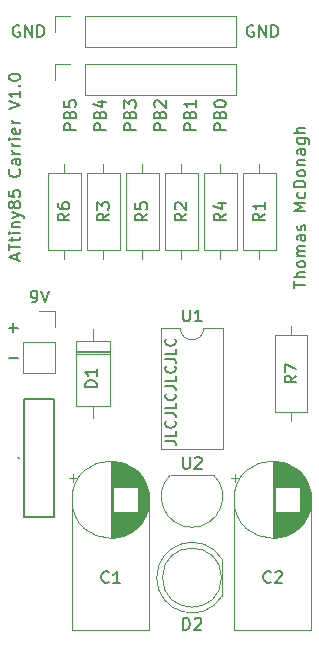
<source format=gbr>
G04 #@! TF.GenerationSoftware,KiCad,Pcbnew,(5.1.7)-1*
G04 #@! TF.CreationDate,2021-11-01T14:45:34-05:00*
G04 #@! TF.ProjectId,ATtiny85Carrier,41547469-6e79-4383-9543-617272696572,rev?*
G04 #@! TF.SameCoordinates,Original*
G04 #@! TF.FileFunction,Legend,Top*
G04 #@! TF.FilePolarity,Positive*
%FSLAX46Y46*%
G04 Gerber Fmt 4.6, Leading zero omitted, Abs format (unit mm)*
G04 Created by KiCad (PCBNEW (5.1.7)-1) date 2021-11-01 14:45:34*
%MOMM*%
%LPD*%
G01*
G04 APERTURE LIST*
%ADD10C,0.150000*%
%ADD11C,0.120000*%
%ADD12C,0.200000*%
%ADD13C,0.100000*%
G04 APERTURE END LIST*
D10*
X137882380Y-124332142D02*
X137882380Y-123760714D01*
X138882380Y-124046428D02*
X137882380Y-124046428D01*
X138882380Y-123427380D02*
X137882380Y-123427380D01*
X138882380Y-122998809D02*
X138358571Y-122998809D01*
X138263333Y-123046428D01*
X138215714Y-123141666D01*
X138215714Y-123284523D01*
X138263333Y-123379761D01*
X138310952Y-123427380D01*
X138882380Y-122379761D02*
X138834761Y-122475000D01*
X138787142Y-122522619D01*
X138691904Y-122570238D01*
X138406190Y-122570238D01*
X138310952Y-122522619D01*
X138263333Y-122475000D01*
X138215714Y-122379761D01*
X138215714Y-122236904D01*
X138263333Y-122141666D01*
X138310952Y-122094047D01*
X138406190Y-122046428D01*
X138691904Y-122046428D01*
X138787142Y-122094047D01*
X138834761Y-122141666D01*
X138882380Y-122236904D01*
X138882380Y-122379761D01*
X138882380Y-121617857D02*
X138215714Y-121617857D01*
X138310952Y-121617857D02*
X138263333Y-121570238D01*
X138215714Y-121475000D01*
X138215714Y-121332142D01*
X138263333Y-121236904D01*
X138358571Y-121189285D01*
X138882380Y-121189285D01*
X138358571Y-121189285D02*
X138263333Y-121141666D01*
X138215714Y-121046428D01*
X138215714Y-120903571D01*
X138263333Y-120808333D01*
X138358571Y-120760714D01*
X138882380Y-120760714D01*
X138882380Y-119855952D02*
X138358571Y-119855952D01*
X138263333Y-119903571D01*
X138215714Y-119998809D01*
X138215714Y-120189285D01*
X138263333Y-120284523D01*
X138834761Y-119855952D02*
X138882380Y-119951190D01*
X138882380Y-120189285D01*
X138834761Y-120284523D01*
X138739523Y-120332142D01*
X138644285Y-120332142D01*
X138549047Y-120284523D01*
X138501428Y-120189285D01*
X138501428Y-119951190D01*
X138453809Y-119855952D01*
X138834761Y-119427380D02*
X138882380Y-119332142D01*
X138882380Y-119141666D01*
X138834761Y-119046428D01*
X138739523Y-118998809D01*
X138691904Y-118998809D01*
X138596666Y-119046428D01*
X138549047Y-119141666D01*
X138549047Y-119284523D01*
X138501428Y-119379761D01*
X138406190Y-119427380D01*
X138358571Y-119427380D01*
X138263333Y-119379761D01*
X138215714Y-119284523D01*
X138215714Y-119141666D01*
X138263333Y-119046428D01*
X138882380Y-117808333D02*
X137882380Y-117808333D01*
X138596666Y-117475000D01*
X137882380Y-117141666D01*
X138882380Y-117141666D01*
X138834761Y-116236904D02*
X138882380Y-116332142D01*
X138882380Y-116522619D01*
X138834761Y-116617857D01*
X138787142Y-116665476D01*
X138691904Y-116713095D01*
X138406190Y-116713095D01*
X138310952Y-116665476D01*
X138263333Y-116617857D01*
X138215714Y-116522619D01*
X138215714Y-116332142D01*
X138263333Y-116236904D01*
X138882380Y-115808333D02*
X137882380Y-115808333D01*
X137882380Y-115570238D01*
X137930000Y-115427380D01*
X138025238Y-115332142D01*
X138120476Y-115284523D01*
X138310952Y-115236904D01*
X138453809Y-115236904D01*
X138644285Y-115284523D01*
X138739523Y-115332142D01*
X138834761Y-115427380D01*
X138882380Y-115570238D01*
X138882380Y-115808333D01*
X138882380Y-114665476D02*
X138834761Y-114760714D01*
X138787142Y-114808333D01*
X138691904Y-114855952D01*
X138406190Y-114855952D01*
X138310952Y-114808333D01*
X138263333Y-114760714D01*
X138215714Y-114665476D01*
X138215714Y-114522619D01*
X138263333Y-114427380D01*
X138310952Y-114379761D01*
X138406190Y-114332142D01*
X138691904Y-114332142D01*
X138787142Y-114379761D01*
X138834761Y-114427380D01*
X138882380Y-114522619D01*
X138882380Y-114665476D01*
X138215714Y-113903571D02*
X138882380Y-113903571D01*
X138310952Y-113903571D02*
X138263333Y-113855952D01*
X138215714Y-113760714D01*
X138215714Y-113617857D01*
X138263333Y-113522619D01*
X138358571Y-113475000D01*
X138882380Y-113475000D01*
X138882380Y-112570238D02*
X138358571Y-112570238D01*
X138263333Y-112617857D01*
X138215714Y-112713095D01*
X138215714Y-112903571D01*
X138263333Y-112998809D01*
X138834761Y-112570238D02*
X138882380Y-112665476D01*
X138882380Y-112903571D01*
X138834761Y-112998809D01*
X138739523Y-113046428D01*
X138644285Y-113046428D01*
X138549047Y-112998809D01*
X138501428Y-112903571D01*
X138501428Y-112665476D01*
X138453809Y-112570238D01*
X138215714Y-111665476D02*
X139025238Y-111665476D01*
X139120476Y-111713095D01*
X139168095Y-111760714D01*
X139215714Y-111855952D01*
X139215714Y-111998809D01*
X139168095Y-112094047D01*
X138834761Y-111665476D02*
X138882380Y-111760714D01*
X138882380Y-111951190D01*
X138834761Y-112046428D01*
X138787142Y-112094047D01*
X138691904Y-112141666D01*
X138406190Y-112141666D01*
X138310952Y-112094047D01*
X138263333Y-112046428D01*
X138215714Y-111951190D01*
X138215714Y-111760714D01*
X138263333Y-111665476D01*
X138882380Y-111189285D02*
X137882380Y-111189285D01*
X138882380Y-110760714D02*
X138358571Y-110760714D01*
X138263333Y-110808333D01*
X138215714Y-110903571D01*
X138215714Y-111046428D01*
X138263333Y-111141666D01*
X138310952Y-111189285D01*
X114466666Y-121903142D02*
X114466666Y-121426952D01*
X114752380Y-121998380D02*
X113752380Y-121665047D01*
X114752380Y-121331714D01*
X113752380Y-121141238D02*
X113752380Y-120569809D01*
X114752380Y-120855523D02*
X113752380Y-120855523D01*
X114085714Y-120379333D02*
X114085714Y-119998380D01*
X113752380Y-120236476D02*
X114609523Y-120236476D01*
X114704761Y-120188857D01*
X114752380Y-120093619D01*
X114752380Y-119998380D01*
X114752380Y-119665047D02*
X114085714Y-119665047D01*
X113752380Y-119665047D02*
X113800000Y-119712666D01*
X113847619Y-119665047D01*
X113800000Y-119617428D01*
X113752380Y-119665047D01*
X113847619Y-119665047D01*
X114085714Y-119188857D02*
X114752380Y-119188857D01*
X114180952Y-119188857D02*
X114133333Y-119141238D01*
X114085714Y-119046000D01*
X114085714Y-118903142D01*
X114133333Y-118807904D01*
X114228571Y-118760285D01*
X114752380Y-118760285D01*
X114085714Y-118379333D02*
X114752380Y-118141238D01*
X114085714Y-117903142D02*
X114752380Y-118141238D01*
X114990476Y-118236476D01*
X115038095Y-118284095D01*
X115085714Y-118379333D01*
X114180952Y-117379333D02*
X114133333Y-117474571D01*
X114085714Y-117522190D01*
X113990476Y-117569809D01*
X113942857Y-117569809D01*
X113847619Y-117522190D01*
X113800000Y-117474571D01*
X113752380Y-117379333D01*
X113752380Y-117188857D01*
X113800000Y-117093619D01*
X113847619Y-117046000D01*
X113942857Y-116998380D01*
X113990476Y-116998380D01*
X114085714Y-117046000D01*
X114133333Y-117093619D01*
X114180952Y-117188857D01*
X114180952Y-117379333D01*
X114228571Y-117474571D01*
X114276190Y-117522190D01*
X114371428Y-117569809D01*
X114561904Y-117569809D01*
X114657142Y-117522190D01*
X114704761Y-117474571D01*
X114752380Y-117379333D01*
X114752380Y-117188857D01*
X114704761Y-117093619D01*
X114657142Y-117046000D01*
X114561904Y-116998380D01*
X114371428Y-116998380D01*
X114276190Y-117046000D01*
X114228571Y-117093619D01*
X114180952Y-117188857D01*
X113752380Y-116093619D02*
X113752380Y-116569809D01*
X114228571Y-116617428D01*
X114180952Y-116569809D01*
X114133333Y-116474571D01*
X114133333Y-116236476D01*
X114180952Y-116141238D01*
X114228571Y-116093619D01*
X114323809Y-116046000D01*
X114561904Y-116046000D01*
X114657142Y-116093619D01*
X114704761Y-116141238D01*
X114752380Y-116236476D01*
X114752380Y-116474571D01*
X114704761Y-116569809D01*
X114657142Y-116617428D01*
X114657142Y-114284095D02*
X114704761Y-114331714D01*
X114752380Y-114474571D01*
X114752380Y-114569809D01*
X114704761Y-114712666D01*
X114609523Y-114807904D01*
X114514285Y-114855523D01*
X114323809Y-114903142D01*
X114180952Y-114903142D01*
X113990476Y-114855523D01*
X113895238Y-114807904D01*
X113800000Y-114712666D01*
X113752380Y-114569809D01*
X113752380Y-114474571D01*
X113800000Y-114331714D01*
X113847619Y-114284095D01*
X114752380Y-113426952D02*
X114228571Y-113426952D01*
X114133333Y-113474571D01*
X114085714Y-113569809D01*
X114085714Y-113760285D01*
X114133333Y-113855523D01*
X114704761Y-113426952D02*
X114752380Y-113522190D01*
X114752380Y-113760285D01*
X114704761Y-113855523D01*
X114609523Y-113903142D01*
X114514285Y-113903142D01*
X114419047Y-113855523D01*
X114371428Y-113760285D01*
X114371428Y-113522190D01*
X114323809Y-113426952D01*
X114752380Y-112950761D02*
X114085714Y-112950761D01*
X114276190Y-112950761D02*
X114180952Y-112903142D01*
X114133333Y-112855523D01*
X114085714Y-112760285D01*
X114085714Y-112665047D01*
X114752380Y-112331714D02*
X114085714Y-112331714D01*
X114276190Y-112331714D02*
X114180952Y-112284095D01*
X114133333Y-112236476D01*
X114085714Y-112141238D01*
X114085714Y-112046000D01*
X114752380Y-111712666D02*
X114085714Y-111712666D01*
X113752380Y-111712666D02*
X113800000Y-111760285D01*
X113847619Y-111712666D01*
X113800000Y-111665047D01*
X113752380Y-111712666D01*
X113847619Y-111712666D01*
X114704761Y-110855523D02*
X114752380Y-110950761D01*
X114752380Y-111141238D01*
X114704761Y-111236476D01*
X114609523Y-111284095D01*
X114228571Y-111284095D01*
X114133333Y-111236476D01*
X114085714Y-111141238D01*
X114085714Y-110950761D01*
X114133333Y-110855523D01*
X114228571Y-110807904D01*
X114323809Y-110807904D01*
X114419047Y-111284095D01*
X114752380Y-110379333D02*
X114085714Y-110379333D01*
X114276190Y-110379333D02*
X114180952Y-110331714D01*
X114133333Y-110284095D01*
X114085714Y-110188857D01*
X114085714Y-110093619D01*
X113752380Y-109141238D02*
X114752380Y-108807904D01*
X113752380Y-108474571D01*
X114752380Y-107617428D02*
X114752380Y-108188857D01*
X114752380Y-107903142D02*
X113752380Y-107903142D01*
X113895238Y-107998380D01*
X113990476Y-108093619D01*
X114038095Y-108188857D01*
X114657142Y-107188857D02*
X114704761Y-107141238D01*
X114752380Y-107188857D01*
X114704761Y-107236476D01*
X114657142Y-107188857D01*
X114752380Y-107188857D01*
X113752380Y-106522190D02*
X113752380Y-106426952D01*
X113800000Y-106331714D01*
X113847619Y-106284095D01*
X113942857Y-106236476D01*
X114133333Y-106188857D01*
X114371428Y-106188857D01*
X114561904Y-106236476D01*
X114657142Y-106284095D01*
X114704761Y-106331714D01*
X114752380Y-106426952D01*
X114752380Y-106522190D01*
X114704761Y-106617428D01*
X114657142Y-106665047D01*
X114561904Y-106712666D01*
X114371428Y-106760285D01*
X114133333Y-106760285D01*
X113942857Y-106712666D01*
X113847619Y-106665047D01*
X113800000Y-106617428D01*
X113752380Y-106522190D01*
X113792047Y-130246428D02*
X114553952Y-130246428D01*
X113792047Y-127706428D02*
X114553952Y-127706428D01*
X114173000Y-128087380D02*
X114173000Y-127325476D01*
X115712952Y-125547380D02*
X115903428Y-125547380D01*
X115998666Y-125499761D01*
X116046285Y-125452142D01*
X116141523Y-125309285D01*
X116189142Y-125118809D01*
X116189142Y-124737857D01*
X116141523Y-124642619D01*
X116093904Y-124595000D01*
X115998666Y-124547380D01*
X115808190Y-124547380D01*
X115712952Y-124595000D01*
X115665333Y-124642619D01*
X115617714Y-124737857D01*
X115617714Y-124975952D01*
X115665333Y-125071190D01*
X115712952Y-125118809D01*
X115808190Y-125166428D01*
X115998666Y-125166428D01*
X116093904Y-125118809D01*
X116141523Y-125071190D01*
X116189142Y-124975952D01*
X116474857Y-124547380D02*
X116808190Y-125547380D01*
X117141523Y-124547380D01*
X134493095Y-102116000D02*
X134397857Y-102068380D01*
X134255000Y-102068380D01*
X134112142Y-102116000D01*
X134016904Y-102211238D01*
X133969285Y-102306476D01*
X133921666Y-102496952D01*
X133921666Y-102639809D01*
X133969285Y-102830285D01*
X134016904Y-102925523D01*
X134112142Y-103020761D01*
X134255000Y-103068380D01*
X134350238Y-103068380D01*
X134493095Y-103020761D01*
X134540714Y-102973142D01*
X134540714Y-102639809D01*
X134350238Y-102639809D01*
X134969285Y-103068380D02*
X134969285Y-102068380D01*
X135540714Y-103068380D01*
X135540714Y-102068380D01*
X136016904Y-103068380D02*
X136016904Y-102068380D01*
X136255000Y-102068380D01*
X136397857Y-102116000D01*
X136493095Y-102211238D01*
X136540714Y-102306476D01*
X136588333Y-102496952D01*
X136588333Y-102639809D01*
X136540714Y-102830285D01*
X136493095Y-102925523D01*
X136397857Y-103020761D01*
X136255000Y-103068380D01*
X136016904Y-103068380D01*
X114681095Y-102116000D02*
X114585857Y-102068380D01*
X114443000Y-102068380D01*
X114300142Y-102116000D01*
X114204904Y-102211238D01*
X114157285Y-102306476D01*
X114109666Y-102496952D01*
X114109666Y-102639809D01*
X114157285Y-102830285D01*
X114204904Y-102925523D01*
X114300142Y-103020761D01*
X114443000Y-103068380D01*
X114538238Y-103068380D01*
X114681095Y-103020761D01*
X114728714Y-102973142D01*
X114728714Y-102639809D01*
X114538238Y-102639809D01*
X115157285Y-103068380D02*
X115157285Y-102068380D01*
X115728714Y-103068380D01*
X115728714Y-102068380D01*
X116204904Y-103068380D02*
X116204904Y-102068380D01*
X116443000Y-102068380D01*
X116585857Y-102116000D01*
X116681095Y-102211238D01*
X116728714Y-102306476D01*
X116776333Y-102496952D01*
X116776333Y-102639809D01*
X116728714Y-102830285D01*
X116681095Y-102925523D01*
X116585857Y-103020761D01*
X116443000Y-103068380D01*
X116204904Y-103068380D01*
X119451380Y-110966095D02*
X118451380Y-110966095D01*
X118451380Y-110585142D01*
X118499000Y-110489904D01*
X118546619Y-110442285D01*
X118641857Y-110394666D01*
X118784714Y-110394666D01*
X118879952Y-110442285D01*
X118927571Y-110489904D01*
X118975190Y-110585142D01*
X118975190Y-110966095D01*
X118927571Y-109632761D02*
X118975190Y-109489904D01*
X119022809Y-109442285D01*
X119118047Y-109394666D01*
X119260904Y-109394666D01*
X119356142Y-109442285D01*
X119403761Y-109489904D01*
X119451380Y-109585142D01*
X119451380Y-109966095D01*
X118451380Y-109966095D01*
X118451380Y-109632761D01*
X118499000Y-109537523D01*
X118546619Y-109489904D01*
X118641857Y-109442285D01*
X118737095Y-109442285D01*
X118832333Y-109489904D01*
X118879952Y-109537523D01*
X118927571Y-109632761D01*
X118927571Y-109966095D01*
X118451380Y-108489904D02*
X118451380Y-108966095D01*
X118927571Y-109013714D01*
X118879952Y-108966095D01*
X118832333Y-108870857D01*
X118832333Y-108632761D01*
X118879952Y-108537523D01*
X118927571Y-108489904D01*
X119022809Y-108442285D01*
X119260904Y-108442285D01*
X119356142Y-108489904D01*
X119403761Y-108537523D01*
X119451380Y-108632761D01*
X119451380Y-108870857D01*
X119403761Y-108966095D01*
X119356142Y-109013714D01*
X121991380Y-110966095D02*
X120991380Y-110966095D01*
X120991380Y-110585142D01*
X121039000Y-110489904D01*
X121086619Y-110442285D01*
X121181857Y-110394666D01*
X121324714Y-110394666D01*
X121419952Y-110442285D01*
X121467571Y-110489904D01*
X121515190Y-110585142D01*
X121515190Y-110966095D01*
X121467571Y-109632761D02*
X121515190Y-109489904D01*
X121562809Y-109442285D01*
X121658047Y-109394666D01*
X121800904Y-109394666D01*
X121896142Y-109442285D01*
X121943761Y-109489904D01*
X121991380Y-109585142D01*
X121991380Y-109966095D01*
X120991380Y-109966095D01*
X120991380Y-109632761D01*
X121039000Y-109537523D01*
X121086619Y-109489904D01*
X121181857Y-109442285D01*
X121277095Y-109442285D01*
X121372333Y-109489904D01*
X121419952Y-109537523D01*
X121467571Y-109632761D01*
X121467571Y-109966095D01*
X121324714Y-108537523D02*
X121991380Y-108537523D01*
X120943761Y-108775619D02*
X121658047Y-109013714D01*
X121658047Y-108394666D01*
X124531380Y-110966095D02*
X123531380Y-110966095D01*
X123531380Y-110585142D01*
X123579000Y-110489904D01*
X123626619Y-110442285D01*
X123721857Y-110394666D01*
X123864714Y-110394666D01*
X123959952Y-110442285D01*
X124007571Y-110489904D01*
X124055190Y-110585142D01*
X124055190Y-110966095D01*
X124007571Y-109632761D02*
X124055190Y-109489904D01*
X124102809Y-109442285D01*
X124198047Y-109394666D01*
X124340904Y-109394666D01*
X124436142Y-109442285D01*
X124483761Y-109489904D01*
X124531380Y-109585142D01*
X124531380Y-109966095D01*
X123531380Y-109966095D01*
X123531380Y-109632761D01*
X123579000Y-109537523D01*
X123626619Y-109489904D01*
X123721857Y-109442285D01*
X123817095Y-109442285D01*
X123912333Y-109489904D01*
X123959952Y-109537523D01*
X124007571Y-109632761D01*
X124007571Y-109966095D01*
X123531380Y-109061333D02*
X123531380Y-108442285D01*
X123912333Y-108775619D01*
X123912333Y-108632761D01*
X123959952Y-108537523D01*
X124007571Y-108489904D01*
X124102809Y-108442285D01*
X124340904Y-108442285D01*
X124436142Y-108489904D01*
X124483761Y-108537523D01*
X124531380Y-108632761D01*
X124531380Y-108918476D01*
X124483761Y-109013714D01*
X124436142Y-109061333D01*
X127071380Y-110966095D02*
X126071380Y-110966095D01*
X126071380Y-110585142D01*
X126119000Y-110489904D01*
X126166619Y-110442285D01*
X126261857Y-110394666D01*
X126404714Y-110394666D01*
X126499952Y-110442285D01*
X126547571Y-110489904D01*
X126595190Y-110585142D01*
X126595190Y-110966095D01*
X126547571Y-109632761D02*
X126595190Y-109489904D01*
X126642809Y-109442285D01*
X126738047Y-109394666D01*
X126880904Y-109394666D01*
X126976142Y-109442285D01*
X127023761Y-109489904D01*
X127071380Y-109585142D01*
X127071380Y-109966095D01*
X126071380Y-109966095D01*
X126071380Y-109632761D01*
X126119000Y-109537523D01*
X126166619Y-109489904D01*
X126261857Y-109442285D01*
X126357095Y-109442285D01*
X126452333Y-109489904D01*
X126499952Y-109537523D01*
X126547571Y-109632761D01*
X126547571Y-109966095D01*
X126166619Y-109013714D02*
X126119000Y-108966095D01*
X126071380Y-108870857D01*
X126071380Y-108632761D01*
X126119000Y-108537523D01*
X126166619Y-108489904D01*
X126261857Y-108442285D01*
X126357095Y-108442285D01*
X126499952Y-108489904D01*
X127071380Y-109061333D01*
X127071380Y-108442285D01*
X129611380Y-110966095D02*
X128611380Y-110966095D01*
X128611380Y-110585142D01*
X128659000Y-110489904D01*
X128706619Y-110442285D01*
X128801857Y-110394666D01*
X128944714Y-110394666D01*
X129039952Y-110442285D01*
X129087571Y-110489904D01*
X129135190Y-110585142D01*
X129135190Y-110966095D01*
X129087571Y-109632761D02*
X129135190Y-109489904D01*
X129182809Y-109442285D01*
X129278047Y-109394666D01*
X129420904Y-109394666D01*
X129516142Y-109442285D01*
X129563761Y-109489904D01*
X129611380Y-109585142D01*
X129611380Y-109966095D01*
X128611380Y-109966095D01*
X128611380Y-109632761D01*
X128659000Y-109537523D01*
X128706619Y-109489904D01*
X128801857Y-109442285D01*
X128897095Y-109442285D01*
X128992333Y-109489904D01*
X129039952Y-109537523D01*
X129087571Y-109632761D01*
X129087571Y-109966095D01*
X129611380Y-108442285D02*
X129611380Y-109013714D01*
X129611380Y-108728000D02*
X128611380Y-108728000D01*
X128754238Y-108823238D01*
X128849476Y-108918476D01*
X128897095Y-109013714D01*
X132151380Y-110966095D02*
X131151380Y-110966095D01*
X131151380Y-110585142D01*
X131199000Y-110489904D01*
X131246619Y-110442285D01*
X131341857Y-110394666D01*
X131484714Y-110394666D01*
X131579952Y-110442285D01*
X131627571Y-110489904D01*
X131675190Y-110585142D01*
X131675190Y-110966095D01*
X131627571Y-109632761D02*
X131675190Y-109489904D01*
X131722809Y-109442285D01*
X131818047Y-109394666D01*
X131960904Y-109394666D01*
X132056142Y-109442285D01*
X132103761Y-109489904D01*
X132151380Y-109585142D01*
X132151380Y-109966095D01*
X131151380Y-109966095D01*
X131151380Y-109632761D01*
X131199000Y-109537523D01*
X131246619Y-109489904D01*
X131341857Y-109442285D01*
X131437095Y-109442285D01*
X131532333Y-109489904D01*
X131579952Y-109537523D01*
X131627571Y-109632761D01*
X131627571Y-109966095D01*
X131151380Y-108775619D02*
X131151380Y-108680380D01*
X131199000Y-108585142D01*
X131246619Y-108537523D01*
X131341857Y-108489904D01*
X131532333Y-108442285D01*
X131770428Y-108442285D01*
X131960904Y-108489904D01*
X132056142Y-108537523D01*
X132103761Y-108585142D01*
X132151380Y-108680380D01*
X132151380Y-108775619D01*
X132103761Y-108870857D01*
X132056142Y-108918476D01*
X131960904Y-108966095D01*
X131770428Y-109013714D01*
X131532333Y-109013714D01*
X131341857Y-108966095D01*
X131246619Y-108918476D01*
X131199000Y-108870857D01*
X131151380Y-108775619D01*
X127015142Y-137253142D02*
X127658000Y-137253142D01*
X127786571Y-137296000D01*
X127872285Y-137381714D01*
X127915142Y-137510285D01*
X127915142Y-137596000D01*
X127915142Y-136396000D02*
X127915142Y-136824571D01*
X127015142Y-136824571D01*
X127829428Y-135581714D02*
X127872285Y-135624571D01*
X127915142Y-135753142D01*
X127915142Y-135838857D01*
X127872285Y-135967428D01*
X127786571Y-136053142D01*
X127700857Y-136096000D01*
X127529428Y-136138857D01*
X127400857Y-136138857D01*
X127229428Y-136096000D01*
X127143714Y-136053142D01*
X127058000Y-135967428D01*
X127015142Y-135838857D01*
X127015142Y-135753142D01*
X127058000Y-135624571D01*
X127100857Y-135581714D01*
X127015142Y-134938857D02*
X127658000Y-134938857D01*
X127786571Y-134981714D01*
X127872285Y-135067428D01*
X127915142Y-135196000D01*
X127915142Y-135281714D01*
X127915142Y-134081714D02*
X127915142Y-134510285D01*
X127015142Y-134510285D01*
X127829428Y-133267428D02*
X127872285Y-133310285D01*
X127915142Y-133438857D01*
X127915142Y-133524571D01*
X127872285Y-133653142D01*
X127786571Y-133738857D01*
X127700857Y-133781714D01*
X127529428Y-133824571D01*
X127400857Y-133824571D01*
X127229428Y-133781714D01*
X127143714Y-133738857D01*
X127058000Y-133653142D01*
X127015142Y-133524571D01*
X127015142Y-133438857D01*
X127058000Y-133310285D01*
X127100857Y-133267428D01*
X127015142Y-132624571D02*
X127658000Y-132624571D01*
X127786571Y-132667428D01*
X127872285Y-132753142D01*
X127915142Y-132881714D01*
X127915142Y-132967428D01*
X127915142Y-131767428D02*
X127915142Y-132196000D01*
X127015142Y-132196000D01*
X127829428Y-130953142D02*
X127872285Y-130996000D01*
X127915142Y-131124571D01*
X127915142Y-131210285D01*
X127872285Y-131338857D01*
X127786571Y-131424571D01*
X127700857Y-131467428D01*
X127529428Y-131510285D01*
X127400857Y-131510285D01*
X127229428Y-131467428D01*
X127143714Y-131424571D01*
X127058000Y-131338857D01*
X127015142Y-131210285D01*
X127015142Y-131124571D01*
X127058000Y-130996000D01*
X127100857Y-130953142D01*
X127015142Y-130310285D02*
X127658000Y-130310285D01*
X127786571Y-130353142D01*
X127872285Y-130438857D01*
X127915142Y-130567428D01*
X127915142Y-130653142D01*
X127915142Y-129453142D02*
X127915142Y-129881714D01*
X127015142Y-129881714D01*
X127829428Y-128638857D02*
X127872285Y-128681714D01*
X127915142Y-128810285D01*
X127915142Y-128896000D01*
X127872285Y-129024571D01*
X127786571Y-129110285D01*
X127700857Y-129153142D01*
X127529428Y-129196000D01*
X127400857Y-129196000D01*
X127229428Y-129153142D01*
X127143714Y-129110285D01*
X127058000Y-129024571D01*
X127015142Y-128896000D01*
X127015142Y-128810285D01*
X127058000Y-128681714D01*
X127100857Y-128638857D01*
D11*
G04 #@! TO.C,BT1*
X116332000Y-126305000D02*
X117662000Y-126305000D01*
X117662000Y-126305000D02*
X117662000Y-127635000D01*
X117662000Y-128905000D02*
X117662000Y-131505000D01*
X115002000Y-131505000D02*
X117662000Y-131505000D01*
X115002000Y-128905000D02*
X115002000Y-131505000D01*
X115002000Y-128905000D02*
X117662000Y-128905000D01*
G04 #@! TO.C,D1*
X122374000Y-129632000D02*
X119434000Y-129632000D01*
X122374000Y-129872000D02*
X119434000Y-129872000D01*
X122374000Y-129752000D02*
X119434000Y-129752000D01*
X120904000Y-135312000D02*
X120904000Y-134292000D01*
X120904000Y-127832000D02*
X120904000Y-128852000D01*
X122374000Y-134292000D02*
X122374000Y-128852000D01*
X119434000Y-134292000D02*
X122374000Y-134292000D01*
X119434000Y-128852000D02*
X119434000Y-134292000D01*
X122374000Y-128852000D02*
X119434000Y-128852000D01*
G04 #@! TO.C,D2*
X131846000Y-150389000D02*
X131846000Y-147299000D01*
X131786000Y-148844000D02*
G75*
G03*
X131786000Y-148844000I-2500000J0D01*
G01*
X126296000Y-148843538D02*
G75*
G03*
X131846000Y-150388830I2990000J-462D01*
G01*
X126296000Y-148844462D02*
G75*
G02*
X131846000Y-147299170I2990000J462D01*
G01*
G04 #@! TO.C,J2*
X117669000Y-106680000D02*
X117669000Y-105350000D01*
X117669000Y-105350000D02*
X118999000Y-105350000D01*
X120269000Y-105350000D02*
X133029000Y-105350000D01*
X133029000Y-108010000D02*
X133029000Y-105350000D01*
X120269000Y-108010000D02*
X133029000Y-108010000D01*
X120269000Y-108010000D02*
X120269000Y-105350000D01*
G04 #@! TO.C,J3*
X120269000Y-103946000D02*
X120269000Y-101286000D01*
X120269000Y-103946000D02*
X133029000Y-103946000D01*
X133029000Y-103946000D02*
X133029000Y-101286000D01*
X120269000Y-101286000D02*
X133029000Y-101286000D01*
X117669000Y-101286000D02*
X118999000Y-101286000D01*
X117669000Y-102616000D02*
X117669000Y-101286000D01*
G04 #@! TO.C,R1*
X135001000Y-121896000D02*
X135001000Y-121126000D01*
X135001000Y-113816000D02*
X135001000Y-114586000D01*
X136371000Y-121126000D02*
X136371000Y-114586000D01*
X133631000Y-121126000D02*
X136371000Y-121126000D01*
X133631000Y-114586000D02*
X133631000Y-121126000D01*
X136371000Y-114586000D02*
X133631000Y-114586000D01*
G04 #@! TO.C,R2*
X128397000Y-121896000D02*
X128397000Y-121126000D01*
X128397000Y-113816000D02*
X128397000Y-114586000D01*
X129767000Y-121126000D02*
X129767000Y-114586000D01*
X127027000Y-121126000D02*
X129767000Y-121126000D01*
X127027000Y-114586000D02*
X127027000Y-121126000D01*
X129767000Y-114586000D02*
X127027000Y-114586000D01*
G04 #@! TO.C,R3*
X121793000Y-121896000D02*
X121793000Y-121126000D01*
X121793000Y-113816000D02*
X121793000Y-114586000D01*
X123163000Y-121126000D02*
X123163000Y-114586000D01*
X120423000Y-121126000D02*
X123163000Y-121126000D01*
X120423000Y-114586000D02*
X120423000Y-121126000D01*
X123163000Y-114586000D02*
X120423000Y-114586000D01*
G04 #@! TO.C,R4*
X133069000Y-114586000D02*
X130329000Y-114586000D01*
X130329000Y-114586000D02*
X130329000Y-121126000D01*
X130329000Y-121126000D02*
X133069000Y-121126000D01*
X133069000Y-121126000D02*
X133069000Y-114586000D01*
X131699000Y-113816000D02*
X131699000Y-114586000D01*
X131699000Y-121896000D02*
X131699000Y-121126000D01*
G04 #@! TO.C,R5*
X126465000Y-114586000D02*
X123725000Y-114586000D01*
X123725000Y-114586000D02*
X123725000Y-121126000D01*
X123725000Y-121126000D02*
X126465000Y-121126000D01*
X126465000Y-121126000D02*
X126465000Y-114586000D01*
X125095000Y-113816000D02*
X125095000Y-114586000D01*
X125095000Y-121896000D02*
X125095000Y-121126000D01*
G04 #@! TO.C,R6*
X119861000Y-114586000D02*
X117121000Y-114586000D01*
X117121000Y-114586000D02*
X117121000Y-121126000D01*
X117121000Y-121126000D02*
X119861000Y-121126000D01*
X119861000Y-121126000D02*
X119861000Y-114586000D01*
X118491000Y-113816000D02*
X118491000Y-114586000D01*
X118491000Y-121896000D02*
X118491000Y-121126000D01*
G04 #@! TO.C,R7*
X137668000Y-135612000D02*
X137668000Y-134842000D01*
X137668000Y-127532000D02*
X137668000Y-128302000D01*
X139038000Y-134842000D02*
X139038000Y-128302000D01*
X136298000Y-134842000D02*
X139038000Y-134842000D01*
X136298000Y-128302000D02*
X136298000Y-134842000D01*
X139038000Y-128302000D02*
X136298000Y-128302000D01*
D12*
G04 #@! TO.C,SW1*
X117582000Y-133684000D02*
X117582000Y-143684000D01*
X117582000Y-143684000D02*
X115082000Y-143684000D01*
X115082000Y-143684000D02*
X115082000Y-133684000D01*
X115082000Y-133684000D02*
X117582000Y-133684000D01*
D13*
X114532000Y-138684000D02*
X114532000Y-138684000D01*
X114632000Y-138684000D02*
X114632000Y-138684000D01*
X114632000Y-138684000D02*
G75*
G02*
X114532000Y-138684000I-50000J0D01*
G01*
X114532000Y-138684000D02*
G75*
G02*
X114632000Y-138684000I50000J0D01*
G01*
D11*
G04 #@! TO.C,U1*
X131936000Y-127702000D02*
X130286000Y-127702000D01*
X131936000Y-137982000D02*
X131936000Y-127702000D01*
X126636000Y-137982000D02*
X131936000Y-137982000D01*
X126636000Y-127702000D02*
X126636000Y-137982000D01*
X128286000Y-127702000D02*
X126636000Y-127702000D01*
X130286000Y-127702000D02*
G75*
G02*
X128286000Y-127702000I-1000000J0D01*
G01*
G04 #@! TO.C,U2*
X131086000Y-140136000D02*
X127486000Y-140136000D01*
X131124478Y-140147522D02*
G75*
G02*
X129286000Y-144586000I-1838478J-1838478D01*
G01*
X127447522Y-140147522D02*
G75*
G03*
X129286000Y-144586000I1838478J-1838478D01*
G01*
G04 #@! TO.C,C1*
X119222759Y-140086000D02*
X119222759Y-140716000D01*
X118907759Y-140401000D02*
X119537759Y-140401000D01*
X125649000Y-141838000D02*
X125649000Y-142642000D01*
X125609000Y-141607000D02*
X125609000Y-142873000D01*
X125569000Y-141438000D02*
X125569000Y-143042000D01*
X125529000Y-141300000D02*
X125529000Y-143180000D01*
X125489000Y-141181000D02*
X125489000Y-143299000D01*
X125449000Y-141075000D02*
X125449000Y-143405000D01*
X125409000Y-140978000D02*
X125409000Y-143502000D01*
X125369000Y-140890000D02*
X125369000Y-143590000D01*
X125329000Y-140808000D02*
X125329000Y-143672000D01*
X125289000Y-140731000D02*
X125289000Y-143749000D01*
X125249000Y-140659000D02*
X125249000Y-143821000D01*
X125209000Y-140590000D02*
X125209000Y-143890000D01*
X125169000Y-140526000D02*
X125169000Y-143954000D01*
X125129000Y-140464000D02*
X125129000Y-144016000D01*
X125089000Y-140406000D02*
X125089000Y-144074000D01*
X125049000Y-140350000D02*
X125049000Y-144130000D01*
X125009000Y-140296000D02*
X125009000Y-144184000D01*
X124969000Y-140245000D02*
X124969000Y-144235000D01*
X124929000Y-140196000D02*
X124929000Y-144284000D01*
X124889000Y-140148000D02*
X124889000Y-144332000D01*
X124849000Y-140103000D02*
X124849000Y-144377000D01*
X124809000Y-140058000D02*
X124809000Y-144422000D01*
X124769000Y-140016000D02*
X124769000Y-144464000D01*
X124729000Y-139975000D02*
X124729000Y-144505000D01*
X124689000Y-143280000D02*
X124689000Y-144545000D01*
X124689000Y-139935000D02*
X124689000Y-141200000D01*
X124649000Y-143280000D02*
X124649000Y-144583000D01*
X124649000Y-139897000D02*
X124649000Y-141200000D01*
X124609000Y-143280000D02*
X124609000Y-144620000D01*
X124609000Y-139860000D02*
X124609000Y-141200000D01*
X124569000Y-143280000D02*
X124569000Y-144656000D01*
X124569000Y-139824000D02*
X124569000Y-141200000D01*
X124529000Y-143280000D02*
X124529000Y-144690000D01*
X124529000Y-139790000D02*
X124529000Y-141200000D01*
X124489000Y-143280000D02*
X124489000Y-144724000D01*
X124489000Y-139756000D02*
X124489000Y-141200000D01*
X124449000Y-143280000D02*
X124449000Y-144756000D01*
X124449000Y-139724000D02*
X124449000Y-141200000D01*
X124409000Y-143280000D02*
X124409000Y-144788000D01*
X124409000Y-139692000D02*
X124409000Y-141200000D01*
X124369000Y-143280000D02*
X124369000Y-144818000D01*
X124369000Y-139662000D02*
X124369000Y-141200000D01*
X124329000Y-143280000D02*
X124329000Y-144847000D01*
X124329000Y-139633000D02*
X124329000Y-141200000D01*
X124289000Y-143280000D02*
X124289000Y-144876000D01*
X124289000Y-139604000D02*
X124289000Y-141200000D01*
X124249000Y-143280000D02*
X124249000Y-144904000D01*
X124249000Y-139576000D02*
X124249000Y-141200000D01*
X124209000Y-143280000D02*
X124209000Y-144930000D01*
X124209000Y-139550000D02*
X124209000Y-141200000D01*
X124169000Y-143280000D02*
X124169000Y-144956000D01*
X124169000Y-139524000D02*
X124169000Y-141200000D01*
X124129000Y-143280000D02*
X124129000Y-144982000D01*
X124129000Y-139498000D02*
X124129000Y-141200000D01*
X124089000Y-143280000D02*
X124089000Y-145006000D01*
X124089000Y-139474000D02*
X124089000Y-141200000D01*
X124049000Y-143280000D02*
X124049000Y-145030000D01*
X124049000Y-139450000D02*
X124049000Y-141200000D01*
X124009000Y-143280000D02*
X124009000Y-145052000D01*
X124009000Y-139428000D02*
X124009000Y-141200000D01*
X123969000Y-143280000D02*
X123969000Y-145074000D01*
X123969000Y-139406000D02*
X123969000Y-141200000D01*
X123929000Y-143280000D02*
X123929000Y-145096000D01*
X123929000Y-139384000D02*
X123929000Y-141200000D01*
X123889000Y-143280000D02*
X123889000Y-145116000D01*
X123889000Y-139364000D02*
X123889000Y-141200000D01*
X123849000Y-143280000D02*
X123849000Y-145136000D01*
X123849000Y-139344000D02*
X123849000Y-141200000D01*
X123809000Y-143280000D02*
X123809000Y-145156000D01*
X123809000Y-139324000D02*
X123809000Y-141200000D01*
X123769000Y-143280000D02*
X123769000Y-145174000D01*
X123769000Y-139306000D02*
X123769000Y-141200000D01*
X123729000Y-143280000D02*
X123729000Y-145192000D01*
X123729000Y-139288000D02*
X123729000Y-141200000D01*
X123689000Y-143280000D02*
X123689000Y-145210000D01*
X123689000Y-139270000D02*
X123689000Y-141200000D01*
X123649000Y-143280000D02*
X123649000Y-145226000D01*
X123649000Y-139254000D02*
X123649000Y-141200000D01*
X123609000Y-143280000D02*
X123609000Y-145242000D01*
X123609000Y-139238000D02*
X123609000Y-141200000D01*
X123569000Y-143280000D02*
X123569000Y-145258000D01*
X123569000Y-139222000D02*
X123569000Y-141200000D01*
X123529000Y-143280000D02*
X123529000Y-145273000D01*
X123529000Y-139207000D02*
X123529000Y-141200000D01*
X123489000Y-143280000D02*
X123489000Y-145287000D01*
X123489000Y-139193000D02*
X123489000Y-141200000D01*
X123449000Y-143280000D02*
X123449000Y-145301000D01*
X123449000Y-139179000D02*
X123449000Y-141200000D01*
X123409000Y-143280000D02*
X123409000Y-145314000D01*
X123409000Y-139166000D02*
X123409000Y-141200000D01*
X123369000Y-143280000D02*
X123369000Y-145326000D01*
X123369000Y-139154000D02*
X123369000Y-141200000D01*
X123329000Y-143280000D02*
X123329000Y-145338000D01*
X123329000Y-139142000D02*
X123329000Y-141200000D01*
X123289000Y-143280000D02*
X123289000Y-145350000D01*
X123289000Y-139130000D02*
X123289000Y-141200000D01*
X123249000Y-143280000D02*
X123249000Y-145361000D01*
X123249000Y-139119000D02*
X123249000Y-141200000D01*
X123209000Y-143280000D02*
X123209000Y-145371000D01*
X123209000Y-139109000D02*
X123209000Y-141200000D01*
X123169000Y-143280000D02*
X123169000Y-145381000D01*
X123169000Y-139099000D02*
X123169000Y-141200000D01*
X123129000Y-143280000D02*
X123129000Y-145390000D01*
X123129000Y-139090000D02*
X123129000Y-141200000D01*
X123088000Y-143280000D02*
X123088000Y-145399000D01*
X123088000Y-139081000D02*
X123088000Y-141200000D01*
X123048000Y-143280000D02*
X123048000Y-145407000D01*
X123048000Y-139073000D02*
X123048000Y-141200000D01*
X123008000Y-143280000D02*
X123008000Y-145415000D01*
X123008000Y-139065000D02*
X123008000Y-141200000D01*
X122968000Y-143280000D02*
X122968000Y-145422000D01*
X122968000Y-139058000D02*
X122968000Y-141200000D01*
X122928000Y-143280000D02*
X122928000Y-145429000D01*
X122928000Y-139051000D02*
X122928000Y-141200000D01*
X122888000Y-143280000D02*
X122888000Y-145435000D01*
X122888000Y-139045000D02*
X122888000Y-141200000D01*
X122848000Y-143280000D02*
X122848000Y-145441000D01*
X122848000Y-139039000D02*
X122848000Y-141200000D01*
X122808000Y-143280000D02*
X122808000Y-145446000D01*
X122808000Y-139034000D02*
X122808000Y-141200000D01*
X122768000Y-143280000D02*
X122768000Y-145451000D01*
X122768000Y-139029000D02*
X122768000Y-141200000D01*
X122728000Y-143280000D02*
X122728000Y-145455000D01*
X122728000Y-139025000D02*
X122728000Y-141200000D01*
X122688000Y-143280000D02*
X122688000Y-145458000D01*
X122688000Y-139022000D02*
X122688000Y-141200000D01*
X122648000Y-143280000D02*
X122648000Y-145462000D01*
X122648000Y-139018000D02*
X122648000Y-141200000D01*
X122608000Y-139016000D02*
X122608000Y-145464000D01*
X122568000Y-139013000D02*
X122568000Y-145467000D01*
X122528000Y-139012000D02*
X122528000Y-145468000D01*
X122488000Y-139010000D02*
X122488000Y-145470000D01*
X122448000Y-139010000D02*
X122448000Y-145470000D01*
X122408000Y-139010000D02*
X122408000Y-145470000D01*
X125678000Y-142240000D02*
G75*
G03*
X125678000Y-142240000I-3270000J0D01*
G01*
X119138000Y-142240000D02*
X119138000Y-153240000D01*
X125678000Y-142240000D02*
X125678000Y-153240000D01*
X119138000Y-153240000D02*
X125678000Y-153240000D01*
G04 #@! TO.C,C2*
X132854000Y-153240000D02*
X139394000Y-153240000D01*
X139394000Y-142240000D02*
X139394000Y-153240000D01*
X132854000Y-142240000D02*
X132854000Y-153240000D01*
X139394000Y-142240000D02*
G75*
G03*
X139394000Y-142240000I-3270000J0D01*
G01*
X136124000Y-139010000D02*
X136124000Y-145470000D01*
X136164000Y-139010000D02*
X136164000Y-145470000D01*
X136204000Y-139010000D02*
X136204000Y-145470000D01*
X136244000Y-139012000D02*
X136244000Y-145468000D01*
X136284000Y-139013000D02*
X136284000Y-145467000D01*
X136324000Y-139016000D02*
X136324000Y-145464000D01*
X136364000Y-139018000D02*
X136364000Y-141200000D01*
X136364000Y-143280000D02*
X136364000Y-145462000D01*
X136404000Y-139022000D02*
X136404000Y-141200000D01*
X136404000Y-143280000D02*
X136404000Y-145458000D01*
X136444000Y-139025000D02*
X136444000Y-141200000D01*
X136444000Y-143280000D02*
X136444000Y-145455000D01*
X136484000Y-139029000D02*
X136484000Y-141200000D01*
X136484000Y-143280000D02*
X136484000Y-145451000D01*
X136524000Y-139034000D02*
X136524000Y-141200000D01*
X136524000Y-143280000D02*
X136524000Y-145446000D01*
X136564000Y-139039000D02*
X136564000Y-141200000D01*
X136564000Y-143280000D02*
X136564000Y-145441000D01*
X136604000Y-139045000D02*
X136604000Y-141200000D01*
X136604000Y-143280000D02*
X136604000Y-145435000D01*
X136644000Y-139051000D02*
X136644000Y-141200000D01*
X136644000Y-143280000D02*
X136644000Y-145429000D01*
X136684000Y-139058000D02*
X136684000Y-141200000D01*
X136684000Y-143280000D02*
X136684000Y-145422000D01*
X136724000Y-139065000D02*
X136724000Y-141200000D01*
X136724000Y-143280000D02*
X136724000Y-145415000D01*
X136764000Y-139073000D02*
X136764000Y-141200000D01*
X136764000Y-143280000D02*
X136764000Y-145407000D01*
X136804000Y-139081000D02*
X136804000Y-141200000D01*
X136804000Y-143280000D02*
X136804000Y-145399000D01*
X136845000Y-139090000D02*
X136845000Y-141200000D01*
X136845000Y-143280000D02*
X136845000Y-145390000D01*
X136885000Y-139099000D02*
X136885000Y-141200000D01*
X136885000Y-143280000D02*
X136885000Y-145381000D01*
X136925000Y-139109000D02*
X136925000Y-141200000D01*
X136925000Y-143280000D02*
X136925000Y-145371000D01*
X136965000Y-139119000D02*
X136965000Y-141200000D01*
X136965000Y-143280000D02*
X136965000Y-145361000D01*
X137005000Y-139130000D02*
X137005000Y-141200000D01*
X137005000Y-143280000D02*
X137005000Y-145350000D01*
X137045000Y-139142000D02*
X137045000Y-141200000D01*
X137045000Y-143280000D02*
X137045000Y-145338000D01*
X137085000Y-139154000D02*
X137085000Y-141200000D01*
X137085000Y-143280000D02*
X137085000Y-145326000D01*
X137125000Y-139166000D02*
X137125000Y-141200000D01*
X137125000Y-143280000D02*
X137125000Y-145314000D01*
X137165000Y-139179000D02*
X137165000Y-141200000D01*
X137165000Y-143280000D02*
X137165000Y-145301000D01*
X137205000Y-139193000D02*
X137205000Y-141200000D01*
X137205000Y-143280000D02*
X137205000Y-145287000D01*
X137245000Y-139207000D02*
X137245000Y-141200000D01*
X137245000Y-143280000D02*
X137245000Y-145273000D01*
X137285000Y-139222000D02*
X137285000Y-141200000D01*
X137285000Y-143280000D02*
X137285000Y-145258000D01*
X137325000Y-139238000D02*
X137325000Y-141200000D01*
X137325000Y-143280000D02*
X137325000Y-145242000D01*
X137365000Y-139254000D02*
X137365000Y-141200000D01*
X137365000Y-143280000D02*
X137365000Y-145226000D01*
X137405000Y-139270000D02*
X137405000Y-141200000D01*
X137405000Y-143280000D02*
X137405000Y-145210000D01*
X137445000Y-139288000D02*
X137445000Y-141200000D01*
X137445000Y-143280000D02*
X137445000Y-145192000D01*
X137485000Y-139306000D02*
X137485000Y-141200000D01*
X137485000Y-143280000D02*
X137485000Y-145174000D01*
X137525000Y-139324000D02*
X137525000Y-141200000D01*
X137525000Y-143280000D02*
X137525000Y-145156000D01*
X137565000Y-139344000D02*
X137565000Y-141200000D01*
X137565000Y-143280000D02*
X137565000Y-145136000D01*
X137605000Y-139364000D02*
X137605000Y-141200000D01*
X137605000Y-143280000D02*
X137605000Y-145116000D01*
X137645000Y-139384000D02*
X137645000Y-141200000D01*
X137645000Y-143280000D02*
X137645000Y-145096000D01*
X137685000Y-139406000D02*
X137685000Y-141200000D01*
X137685000Y-143280000D02*
X137685000Y-145074000D01*
X137725000Y-139428000D02*
X137725000Y-141200000D01*
X137725000Y-143280000D02*
X137725000Y-145052000D01*
X137765000Y-139450000D02*
X137765000Y-141200000D01*
X137765000Y-143280000D02*
X137765000Y-145030000D01*
X137805000Y-139474000D02*
X137805000Y-141200000D01*
X137805000Y-143280000D02*
X137805000Y-145006000D01*
X137845000Y-139498000D02*
X137845000Y-141200000D01*
X137845000Y-143280000D02*
X137845000Y-144982000D01*
X137885000Y-139524000D02*
X137885000Y-141200000D01*
X137885000Y-143280000D02*
X137885000Y-144956000D01*
X137925000Y-139550000D02*
X137925000Y-141200000D01*
X137925000Y-143280000D02*
X137925000Y-144930000D01*
X137965000Y-139576000D02*
X137965000Y-141200000D01*
X137965000Y-143280000D02*
X137965000Y-144904000D01*
X138005000Y-139604000D02*
X138005000Y-141200000D01*
X138005000Y-143280000D02*
X138005000Y-144876000D01*
X138045000Y-139633000D02*
X138045000Y-141200000D01*
X138045000Y-143280000D02*
X138045000Y-144847000D01*
X138085000Y-139662000D02*
X138085000Y-141200000D01*
X138085000Y-143280000D02*
X138085000Y-144818000D01*
X138125000Y-139692000D02*
X138125000Y-141200000D01*
X138125000Y-143280000D02*
X138125000Y-144788000D01*
X138165000Y-139724000D02*
X138165000Y-141200000D01*
X138165000Y-143280000D02*
X138165000Y-144756000D01*
X138205000Y-139756000D02*
X138205000Y-141200000D01*
X138205000Y-143280000D02*
X138205000Y-144724000D01*
X138245000Y-139790000D02*
X138245000Y-141200000D01*
X138245000Y-143280000D02*
X138245000Y-144690000D01*
X138285000Y-139824000D02*
X138285000Y-141200000D01*
X138285000Y-143280000D02*
X138285000Y-144656000D01*
X138325000Y-139860000D02*
X138325000Y-141200000D01*
X138325000Y-143280000D02*
X138325000Y-144620000D01*
X138365000Y-139897000D02*
X138365000Y-141200000D01*
X138365000Y-143280000D02*
X138365000Y-144583000D01*
X138405000Y-139935000D02*
X138405000Y-141200000D01*
X138405000Y-143280000D02*
X138405000Y-144545000D01*
X138445000Y-139975000D02*
X138445000Y-144505000D01*
X138485000Y-140016000D02*
X138485000Y-144464000D01*
X138525000Y-140058000D02*
X138525000Y-144422000D01*
X138565000Y-140103000D02*
X138565000Y-144377000D01*
X138605000Y-140148000D02*
X138605000Y-144332000D01*
X138645000Y-140196000D02*
X138645000Y-144284000D01*
X138685000Y-140245000D02*
X138685000Y-144235000D01*
X138725000Y-140296000D02*
X138725000Y-144184000D01*
X138765000Y-140350000D02*
X138765000Y-144130000D01*
X138805000Y-140406000D02*
X138805000Y-144074000D01*
X138845000Y-140464000D02*
X138845000Y-144016000D01*
X138885000Y-140526000D02*
X138885000Y-143954000D01*
X138925000Y-140590000D02*
X138925000Y-143890000D01*
X138965000Y-140659000D02*
X138965000Y-143821000D01*
X139005000Y-140731000D02*
X139005000Y-143749000D01*
X139045000Y-140808000D02*
X139045000Y-143672000D01*
X139085000Y-140890000D02*
X139085000Y-143590000D01*
X139125000Y-140978000D02*
X139125000Y-143502000D01*
X139165000Y-141075000D02*
X139165000Y-143405000D01*
X139205000Y-141181000D02*
X139205000Y-143299000D01*
X139245000Y-141300000D02*
X139245000Y-143180000D01*
X139285000Y-141438000D02*
X139285000Y-143042000D01*
X139325000Y-141607000D02*
X139325000Y-142873000D01*
X139365000Y-141838000D02*
X139365000Y-142642000D01*
X132623759Y-140401000D02*
X133253759Y-140401000D01*
X132938759Y-140086000D02*
X132938759Y-140716000D01*
G04 #@! TO.C,D1*
D10*
X121231381Y-132713094D02*
X120231381Y-132713094D01*
X120231381Y-132474999D01*
X120279001Y-132332141D01*
X120374239Y-132236903D01*
X120469477Y-132189284D01*
X120659953Y-132141665D01*
X120802810Y-132141665D01*
X120993286Y-132189284D01*
X121088524Y-132236903D01*
X121183762Y-132332141D01*
X121231381Y-132474999D01*
X121231381Y-132713094D01*
X121231381Y-131189284D02*
X121231381Y-131760713D01*
X121231381Y-131474999D02*
X120231381Y-131474999D01*
X120374239Y-131570237D01*
X120469477Y-131665475D01*
X120517096Y-131760713D01*
G04 #@! TO.C,D2*
X128547904Y-153256380D02*
X128547904Y-152256380D01*
X128786000Y-152256380D01*
X128928857Y-152304000D01*
X129024095Y-152399238D01*
X129071714Y-152494476D01*
X129119333Y-152684952D01*
X129119333Y-152827809D01*
X129071714Y-153018285D01*
X129024095Y-153113523D01*
X128928857Y-153208761D01*
X128786000Y-153256380D01*
X128547904Y-153256380D01*
X129500285Y-152351619D02*
X129547904Y-152304000D01*
X129643142Y-152256380D01*
X129881238Y-152256380D01*
X129976476Y-152304000D01*
X130024095Y-152351619D01*
X130071714Y-152446857D01*
X130071714Y-152542095D01*
X130024095Y-152684952D01*
X129452666Y-153256380D01*
X130071714Y-153256380D01*
G04 #@! TO.C,R1*
X135440381Y-118035665D02*
X134964191Y-118368999D01*
X135440381Y-118607094D02*
X134440381Y-118607094D01*
X134440381Y-118226141D01*
X134488001Y-118130903D01*
X134535620Y-118083284D01*
X134630858Y-118035665D01*
X134773715Y-118035665D01*
X134868953Y-118083284D01*
X134916572Y-118130903D01*
X134964191Y-118226141D01*
X134964191Y-118607094D01*
X135440381Y-117083284D02*
X135440381Y-117654713D01*
X135440381Y-117368999D02*
X134440381Y-117368999D01*
X134583239Y-117464237D01*
X134678477Y-117559475D01*
X134726096Y-117654713D01*
G04 #@! TO.C,R2*
X128810381Y-118022666D02*
X128334191Y-118356000D01*
X128810381Y-118594095D02*
X127810381Y-118594095D01*
X127810381Y-118213142D01*
X127858001Y-118117904D01*
X127905620Y-118070285D01*
X128000858Y-118022666D01*
X128143715Y-118022666D01*
X128238953Y-118070285D01*
X128286572Y-118117904D01*
X128334191Y-118213142D01*
X128334191Y-118594095D01*
X127905620Y-117641714D02*
X127858001Y-117594095D01*
X127810381Y-117498857D01*
X127810381Y-117260761D01*
X127858001Y-117165523D01*
X127905620Y-117117904D01*
X128000858Y-117070285D01*
X128096096Y-117070285D01*
X128238953Y-117117904D01*
X128810381Y-117689333D01*
X128810381Y-117070285D01*
G04 #@! TO.C,R3*
X122246381Y-118022666D02*
X121770191Y-118356000D01*
X122246381Y-118594095D02*
X121246381Y-118594095D01*
X121246381Y-118213142D01*
X121294001Y-118117904D01*
X121341620Y-118070285D01*
X121436858Y-118022666D01*
X121579715Y-118022666D01*
X121674953Y-118070285D01*
X121722572Y-118117904D01*
X121770191Y-118213142D01*
X121770191Y-118594095D01*
X121246381Y-117689333D02*
X121246381Y-117070285D01*
X121627334Y-117403619D01*
X121627334Y-117260761D01*
X121674953Y-117165523D01*
X121722572Y-117117904D01*
X121817810Y-117070285D01*
X122055905Y-117070285D01*
X122151143Y-117117904D01*
X122198762Y-117165523D01*
X122246381Y-117260761D01*
X122246381Y-117546476D01*
X122198762Y-117641714D01*
X122151143Y-117689333D01*
G04 #@! TO.C,R4*
X132138381Y-118023665D02*
X131662191Y-118356999D01*
X132138381Y-118595094D02*
X131138381Y-118595094D01*
X131138381Y-118214141D01*
X131186001Y-118118903D01*
X131233620Y-118071284D01*
X131328858Y-118023665D01*
X131471715Y-118023665D01*
X131566953Y-118071284D01*
X131614572Y-118118903D01*
X131662191Y-118214141D01*
X131662191Y-118595094D01*
X131471715Y-117166522D02*
X132138381Y-117166522D01*
X131090762Y-117404618D02*
X131805048Y-117642713D01*
X131805048Y-117023665D01*
G04 #@! TO.C,R5*
X125494381Y-118022666D02*
X125018191Y-118356000D01*
X125494381Y-118594095D02*
X124494381Y-118594095D01*
X124494381Y-118213142D01*
X124542001Y-118117904D01*
X124589620Y-118070285D01*
X124684858Y-118022666D01*
X124827715Y-118022666D01*
X124922953Y-118070285D01*
X124970572Y-118117904D01*
X125018191Y-118213142D01*
X125018191Y-118594095D01*
X124494381Y-117117904D02*
X124494381Y-117594095D01*
X124970572Y-117641714D01*
X124922953Y-117594095D01*
X124875334Y-117498857D01*
X124875334Y-117260761D01*
X124922953Y-117165523D01*
X124970572Y-117117904D01*
X125065810Y-117070285D01*
X125303905Y-117070285D01*
X125399143Y-117117904D01*
X125446762Y-117165523D01*
X125494381Y-117260761D01*
X125494381Y-117498857D01*
X125446762Y-117594095D01*
X125399143Y-117641714D01*
G04 #@! TO.C,R6*
X118916381Y-118022666D02*
X118440191Y-118356000D01*
X118916381Y-118594095D02*
X117916381Y-118594095D01*
X117916381Y-118213142D01*
X117964001Y-118117904D01*
X118011620Y-118070285D01*
X118106858Y-118022666D01*
X118249715Y-118022666D01*
X118344953Y-118070285D01*
X118392572Y-118117904D01*
X118440191Y-118213142D01*
X118440191Y-118594095D01*
X117916381Y-117165523D02*
X117916381Y-117356000D01*
X117964001Y-117451238D01*
X118011620Y-117498857D01*
X118154477Y-117594095D01*
X118344953Y-117641714D01*
X118725905Y-117641714D01*
X118821143Y-117594095D01*
X118868762Y-117546476D01*
X118916381Y-117451238D01*
X118916381Y-117260761D01*
X118868762Y-117165523D01*
X118821143Y-117117904D01*
X118725905Y-117070285D01*
X118487810Y-117070285D01*
X118392572Y-117117904D01*
X118344953Y-117165523D01*
X118297334Y-117260761D01*
X118297334Y-117451238D01*
X118344953Y-117546476D01*
X118392572Y-117594095D01*
X118487810Y-117641714D01*
G04 #@! TO.C,R7*
X138121381Y-131738666D02*
X137645191Y-132072000D01*
X138121381Y-132310095D02*
X137121381Y-132310095D01*
X137121381Y-131929142D01*
X137169001Y-131833904D01*
X137216620Y-131786285D01*
X137311858Y-131738666D01*
X137454715Y-131738666D01*
X137549953Y-131786285D01*
X137597572Y-131833904D01*
X137645191Y-131929142D01*
X137645191Y-132310095D01*
X137121381Y-131405333D02*
X137121381Y-130738666D01*
X138121381Y-131167238D01*
G04 #@! TO.C,U1*
X128524095Y-126154380D02*
X128524095Y-126963904D01*
X128571714Y-127059142D01*
X128619333Y-127106761D01*
X128714571Y-127154380D01*
X128905047Y-127154380D01*
X129000285Y-127106761D01*
X129047904Y-127059142D01*
X129095523Y-126963904D01*
X129095523Y-126154380D01*
X130095523Y-127154380D02*
X129524095Y-127154380D01*
X129809809Y-127154380D02*
X129809809Y-126154380D01*
X129714571Y-126297238D01*
X129619333Y-126392476D01*
X129524095Y-126440095D01*
G04 #@! TO.C,U2*
X128524095Y-138644380D02*
X128524095Y-139453904D01*
X128571714Y-139549142D01*
X128619333Y-139596761D01*
X128714571Y-139644380D01*
X128905047Y-139644380D01*
X129000285Y-139596761D01*
X129047904Y-139549142D01*
X129095523Y-139453904D01*
X129095523Y-138644380D01*
X129524095Y-138739619D02*
X129571714Y-138692000D01*
X129666952Y-138644380D01*
X129905047Y-138644380D01*
X130000285Y-138692000D01*
X130047904Y-138739619D01*
X130095523Y-138834857D01*
X130095523Y-138930095D01*
X130047904Y-139072952D01*
X129476476Y-139644380D01*
X130095523Y-139644380D01*
G04 #@! TO.C,C1*
X122241333Y-149201142D02*
X122193714Y-149248761D01*
X122050857Y-149296380D01*
X121955619Y-149296380D01*
X121812761Y-149248761D01*
X121717523Y-149153523D01*
X121669904Y-149058285D01*
X121622285Y-148867809D01*
X121622285Y-148724952D01*
X121669904Y-148534476D01*
X121717523Y-148439238D01*
X121812761Y-148344000D01*
X121955619Y-148296380D01*
X122050857Y-148296380D01*
X122193714Y-148344000D01*
X122241333Y-148391619D01*
X123193714Y-149296380D02*
X122622285Y-149296380D01*
X122908000Y-149296380D02*
X122908000Y-148296380D01*
X122812761Y-148439238D01*
X122717523Y-148534476D01*
X122622285Y-148582095D01*
G04 #@! TO.C,C2*
X135957333Y-149201142D02*
X135909714Y-149248761D01*
X135766857Y-149296380D01*
X135671619Y-149296380D01*
X135528761Y-149248761D01*
X135433523Y-149153523D01*
X135385904Y-149058285D01*
X135338285Y-148867809D01*
X135338285Y-148724952D01*
X135385904Y-148534476D01*
X135433523Y-148439238D01*
X135528761Y-148344000D01*
X135671619Y-148296380D01*
X135766857Y-148296380D01*
X135909714Y-148344000D01*
X135957333Y-148391619D01*
X136338285Y-148391619D02*
X136385904Y-148344000D01*
X136481142Y-148296380D01*
X136719238Y-148296380D01*
X136814476Y-148344000D01*
X136862095Y-148391619D01*
X136909714Y-148486857D01*
X136909714Y-148582095D01*
X136862095Y-148724952D01*
X136290666Y-149296380D01*
X136909714Y-149296380D01*
G04 #@! TD*
M02*

</source>
